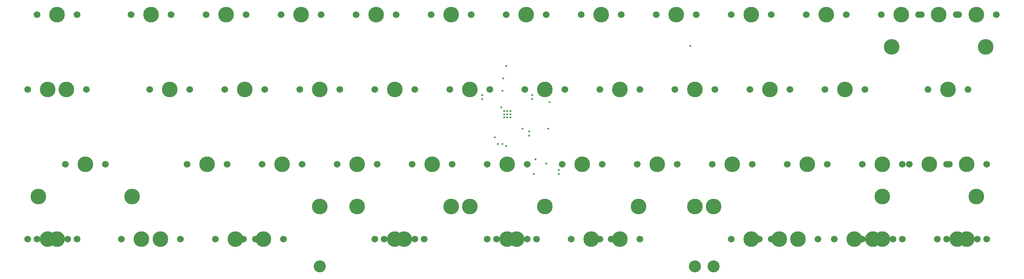
<source format=gbr>
%TF.GenerationSoftware,KiCad,Pcbnew,(6.99.0-5179-g411efe6f3d)*%
%TF.CreationDate,2023-01-30T17:50:43-08:00*%
%TF.ProjectId,pcb,7063622e-6b69-4636-9164-5f7063625858,rev?*%
%TF.SameCoordinates,Original*%
%TF.FileFunction,Soldermask,Top*%
%TF.FilePolarity,Negative*%
%FSLAX46Y46*%
G04 Gerber Fmt 4.6, Leading zero omitted, Abs format (unit mm)*
G04 Created by KiCad (PCBNEW (6.99.0-5179-g411efe6f3d)) date 2023-01-30 17:50:43*
%MOMM*%
%LPD*%
G01*
G04 APERTURE LIST*
%ADD10C,1.701800*%
%ADD11C,3.987800*%
%ADD12C,3.048000*%
%ADD13C,0.500000*%
G04 APERTURE END LIST*
D10*
%TO.C,SW10*%
X-109934652Y39687600D03*
D11*
X-115014652Y39687600D03*
D10*
X-120094652Y39687600D03*
%TD*%
%TO.C,SW48*%
X61515780Y39687600D03*
D11*
X56435780Y39687600D03*
D10*
X51355780Y39687600D03*
%TD*%
%TO.C,SW49*%
X35321964Y20637552D03*
D11*
X30241964Y20637552D03*
D10*
X25161964Y20637552D03*
%TD*%
%TO.C,SW41*%
X28178148Y77787696D03*
D11*
X23098148Y77787696D03*
D10*
X18018148Y77787696D03*
%TD*%
%TO.C,SW25*%
X-12382544Y20637552D03*
D11*
X-17462544Y20637552D03*
D10*
X-22542544Y20637552D03*
%TD*%
%TO.C,SW1*%
X-155813492Y58737648D03*
D11*
X-150733492Y58737648D03*
D10*
X-145653492Y58737648D03*
%TD*%
%TO.C,SW57*%
X80565828Y20637552D03*
D11*
X75485828Y20637552D03*
D10*
X70405828Y20637552D03*
%TD*%
%TO.C,SW8*%
X-124222188Y77787696D03*
D11*
X-129302188Y77787696D03*
D10*
X-134382188Y77787696D03*
%TD*%
%TO.C,SW60*%
X82947084Y20637552D03*
D11*
X77867084Y20637552D03*
D10*
X72787084Y20637552D03*
%TD*%
%TO.C,SW55*%
X59134524Y20637552D03*
D11*
X54054524Y20637552D03*
D10*
X48974524Y20637552D03*
%TD*%
%TO.C,SW59*%
X82947084Y39687600D03*
D11*
X77867084Y39687600D03*
D10*
X72787084Y39687600D03*
%TD*%
%TO.C,SW15*%
X-90884604Y39687600D03*
D11*
X-95964604Y39687600D03*
D10*
X-101044604Y39687600D03*
%TD*%
%TO.C,SW36*%
X-5159388Y58737648D03*
D11*
X-10239388Y58737648D03*
D10*
X-15319388Y58737648D03*
%TD*%
%TO.C,SW33*%
X-14684412Y39687600D03*
D11*
X-19764412Y39687600D03*
D10*
X-24844412Y39687600D03*
%TD*%
%TO.C,SW6*%
X-150416004Y20637552D03*
D11*
X-155496004Y20637552D03*
D10*
X-160576004Y20637552D03*
%TD*%
%TO.C,SW30*%
X-31353204Y20637552D03*
D11*
X-36433204Y20637552D03*
D10*
X-41513204Y20637552D03*
%TD*%
%TO.C,SW31*%
X-28971948Y77787696D03*
D11*
X-34051948Y77787696D03*
D10*
X-39131948Y77787696D03*
%TD*%
%TO.C,SW21*%
X-62309532Y20637552D03*
D11*
X-67389532Y20637552D03*
D10*
X-72469532Y20637552D03*
%TD*%
%TO.C,SW7*%
X-121840932Y20637552D03*
D11*
X-126920932Y20637552D03*
D10*
X-132000932Y20637552D03*
%TD*%
D12*
%TO.C,S5*%
X-86439460Y13652552D03*
D11*
X8810540Y28892552D03*
D12*
X8810540Y13652552D03*
D11*
X-86439460Y28892552D03*
%TD*%
D10*
%TO.C,SW13*%
X-105172140Y77787696D03*
D11*
X-110252140Y77787696D03*
D10*
X-115332140Y77787696D03*
%TD*%
%TO.C,SW5*%
X-140890980Y39687600D03*
D11*
X-145970980Y39687600D03*
D10*
X-151050980Y39687600D03*
%TD*%
%TO.C,SW16*%
X-102790884Y20637552D03*
D11*
X-107870884Y20637552D03*
D10*
X-112950884Y20637552D03*
%TD*%
%TO.C,SW24*%
X-52784508Y39687600D03*
D11*
X-57864508Y39687600D03*
D10*
X-62944508Y39687600D03*
%TD*%
%TO.C,SW23*%
X-62309532Y58737648D03*
D11*
X-67389532Y58737648D03*
D10*
X-72469532Y58737648D03*
%TD*%
%TO.C,SW46*%
X47228244Y77787696D03*
D11*
X42148244Y77787696D03*
D10*
X37068244Y77787696D03*
%TD*%
D11*
%TO.C,S2*%
X-134064730Y31432600D03*
X-157877230Y31432600D03*
%TD*%
D10*
%TO.C,SW26*%
X-48021996Y77787696D03*
D11*
X-53101996Y77787696D03*
D10*
X-58181996Y77787696D03*
%TD*%
D11*
%TO.C,S8*%
X-29289406Y28892552D03*
X-5476906Y28892552D03*
%TD*%
D10*
%TO.C,SW29*%
X-5159388Y20637552D03*
D11*
X-10239388Y20637552D03*
D10*
X-15319388Y20637552D03*
%TD*%
%TO.C,SW43*%
X42465732Y39687600D03*
D11*
X37385732Y39687600D03*
D10*
X32305732Y39687600D03*
%TD*%
%TO.C,SW37*%
X4365636Y39687600D03*
D11*
X-714364Y39687600D03*
D10*
X-5794364Y39687600D03*
%TD*%
%TO.C,SW50*%
X54372012Y20637552D03*
D11*
X49292012Y20637552D03*
D10*
X44212012Y20637552D03*
%TD*%
%TO.C,SW2*%
X-148034748Y20637552D03*
D11*
X-153114748Y20637552D03*
D10*
X-158194748Y20637552D03*
%TD*%
%TO.C,SW56*%
X75803316Y77787696D03*
D11*
X70723316Y77787696D03*
D10*
X65643316Y77787696D03*
%TD*%
%TO.C,SW47*%
X51990756Y58737648D03*
D11*
X46910756Y58737648D03*
D10*
X41830756Y58737648D03*
%TD*%
%TO.C,SW35*%
X-9921900Y77787696D03*
D11*
X-15001900Y77787696D03*
D10*
X-20081900Y77787696D03*
%TD*%
D11*
%TO.C,S4*%
X-76914526Y28892552D03*
X-53102026Y28892552D03*
%TD*%
D10*
%TO.C,SW42*%
X32940708Y58737648D03*
D11*
X27860708Y58737648D03*
D10*
X22780708Y58737648D03*
%TD*%
%TO.C,SW32*%
X-24209436Y58737648D03*
D11*
X-29289436Y58737648D03*
D10*
X-34369436Y58737648D03*
%TD*%
%TO.C,SW19*%
X-81359580Y58737648D03*
D11*
X-86439580Y58737648D03*
D10*
X-91519580Y58737648D03*
%TD*%
%TO.C,SW4*%
X-150415992Y58737648D03*
D11*
X-155495992Y58737648D03*
D10*
X-160575992Y58737648D03*
%TD*%
%TO.C,SW40*%
X23415684Y39687600D03*
D11*
X18335684Y39687600D03*
D10*
X13255684Y39687600D03*
%TD*%
%TO.C,SW9*%
X-119459676Y58737648D03*
D11*
X-124539676Y58737648D03*
D10*
X-129619676Y58737648D03*
%TD*%
%TO.C,SW52*%
X66278292Y77787696D03*
D11*
X61198292Y77787696D03*
D10*
X56118292Y77787696D03*
%TD*%
D11*
%TO.C,S7*%
X-29289388Y28892552D03*
X8810612Y28892552D03*
%TD*%
D10*
%TO.C,SW12*%
X-95647116Y20637552D03*
D11*
X-100727116Y20637552D03*
D10*
X-105807116Y20637552D03*
%TD*%
D11*
%TO.C,S6*%
X13573046Y28892552D03*
D12*
X-86439454Y13652552D03*
X13573046Y13652552D03*
D11*
X-86439454Y28892552D03*
%TD*%
D10*
%TO.C,SW61*%
X73422060Y39687600D03*
D11*
X68342060Y39687600D03*
D10*
X63262060Y39687600D03*
%TD*%
%TO.C,SW51*%
X61515780Y20637552D03*
D11*
X56435780Y20637552D03*
D10*
X51355780Y20637552D03*
%TD*%
%TO.C,SW34*%
X-33734460Y20637552D03*
D11*
X-38814460Y20637552D03*
D10*
X-43894460Y20637552D03*
%TD*%
%TO.C,SW39*%
X13890660Y58737648D03*
D11*
X8810660Y58737648D03*
D10*
X3730660Y58737648D03*
%TD*%
%TO.C,SW53*%
X68024572Y58737648D03*
D11*
X73104572Y58737648D03*
D10*
X78184572Y58737648D03*
%TD*%
%TO.C,SW27*%
X-43259484Y58737648D03*
D11*
X-48339484Y58737648D03*
D10*
X-53419484Y58737648D03*
%TD*%
D11*
%TO.C,S1*%
X82629566Y69532696D03*
X58817066Y69532696D03*
%TD*%
D10*
%TO.C,SW22*%
X-67072044Y77787696D03*
D11*
X-72152044Y77787696D03*
D10*
X-77232044Y77787696D03*
%TD*%
%TO.C,SW20*%
X-71834556Y39687600D03*
D11*
X-76914556Y39687600D03*
D10*
X-81994556Y39687600D03*
%TD*%
%TO.C,SW45*%
X40084476Y20637552D03*
D11*
X35004476Y20637552D03*
D10*
X29924476Y20637552D03*
%TD*%
%TO.C,SW38*%
X9128148Y77787696D03*
D11*
X4048148Y77787696D03*
D10*
X-1031852Y77787696D03*
%TD*%
%TO.C,SW44*%
X28178196Y20637552D03*
D11*
X23098196Y20637552D03*
D10*
X18018196Y20637552D03*
%TD*%
%TO.C,SW28*%
X-33734460Y39687600D03*
D11*
X-38814460Y39687600D03*
D10*
X-43894460Y39687600D03*
%TD*%
%TO.C,SW17*%
X-59928276Y20637552D03*
D11*
X-65008276Y20637552D03*
D10*
X-70088276Y20637552D03*
%TD*%
%TO.C,SW18*%
X-86122092Y77787696D03*
D11*
X-91202092Y77787696D03*
D10*
X-96282092Y77787696D03*
%TD*%
%TO.C,SW14*%
X-100409628Y58737648D03*
D11*
X-105489628Y58737648D03*
D10*
X-110569628Y58737648D03*
%TD*%
D11*
%TO.C,S9*%
X80248310Y31432600D03*
X56435810Y31432600D03*
%TD*%
D10*
%TO.C,SW3*%
X-148034748Y77787696D03*
D11*
X-153114748Y77787696D03*
D10*
X-158194748Y77787696D03*
%TD*%
D11*
%TO.C,S3*%
X-86439532Y28892552D03*
X-48339532Y28892552D03*
%TD*%
D10*
%TO.C,SW11*%
X-126603444Y20637552D03*
D11*
X-131683444Y20637552D03*
D10*
X-136763444Y20637552D03*
%TD*%
%TO.C,SW58*%
X85328340Y77787696D03*
D11*
X80248340Y77787696D03*
D10*
X75168340Y77787696D03*
%TD*%
D13*
X-34928824Y48732624D03*
X-32464444Y56273268D03*
X-28412560Y48732624D03*
X-45164476Y56273268D03*
X-41989468Y46517616D03*
X-31670692Y40878228D03*
X-40005088Y58340772D03*
X-45164476Y57233268D03*
X-39848840Y61515780D03*
X-38814748Y53181446D03*
X-38020998Y51593946D03*
X-28892560Y39831348D03*
X-39608498Y51593946D03*
X-38020998Y53181446D03*
X-32464444Y57233268D03*
X-41195716Y44846988D03*
X-32067568Y37193220D03*
X7620032Y69762672D03*
X-25717552Y37223220D03*
X-33258196Y46914492D03*
X-33258196Y48021996D03*
X-39608498Y53181446D03*
X-40005088Y44846988D03*
X-39608498Y52387696D03*
X-38814748Y51593946D03*
X-38814748Y52387696D03*
X-39128212Y64690788D03*
X-38020998Y52387696D03*
X-25717552Y38183220D03*
X-39064460Y44303236D03*
X-40401964Y54130279D03*
X-28098808Y55500144D03*
M02*

</source>
